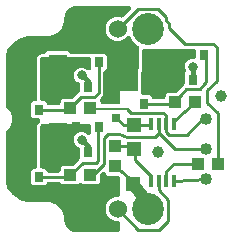
<source format=gbr>
G04 EAGLE Gerber RS-274X export*
G75*
%MOMM*%
%FSLAX34Y34*%
%LPD*%
%INTop Copper*%
%IPPOS*%
%AMOC8*
5,1,8,0,0,1.08239X$1,22.5*%
G01*
%ADD10R,1.600000X1.800000*%
%ADD11R,1.100000X1.000000*%
%ADD12R,1.000000X1.100000*%
%ADD13R,1.300000X1.200000*%
%ADD14R,0.800000X0.900000*%
%ADD15R,0.350000X1.020000*%
%ADD16C,1.016000*%
%ADD17C,2.700000*%
%ADD18C,1.524000*%
%ADD19R,0.800000X0.800000*%
%ADD20R,1.200000X1.300000*%
%ADD21C,1.000000*%
%ADD22C,0.800100*%
%ADD23C,0.406400*%
%ADD24C,0.254000*%
%ADD25C,1.016000*%
%ADD26C,0.203200*%

G36*
X120668Y3178D02*
X120668Y3178D01*
X120686Y3176D01*
X120868Y3197D01*
X121051Y3216D01*
X121068Y3221D01*
X121085Y3223D01*
X121260Y3280D01*
X121436Y3334D01*
X121451Y3342D01*
X121468Y3348D01*
X121628Y3438D01*
X121790Y3526D01*
X121803Y3537D01*
X121819Y3546D01*
X121958Y3666D01*
X122099Y3783D01*
X122110Y3797D01*
X122124Y3809D01*
X122236Y3954D01*
X122351Y4097D01*
X122359Y4113D01*
X122370Y4127D01*
X122452Y4292D01*
X122537Y4454D01*
X122542Y4471D01*
X122550Y4487D01*
X122597Y4666D01*
X122648Y4841D01*
X122650Y4859D01*
X122654Y4876D01*
X122681Y5207D01*
X122681Y10668D01*
X122679Y10686D01*
X122681Y10704D01*
X122660Y10886D01*
X122641Y11069D01*
X122636Y11086D01*
X122634Y11103D01*
X122577Y11278D01*
X122523Y11454D01*
X122515Y11469D01*
X122509Y11486D01*
X122419Y11646D01*
X122331Y11808D01*
X122320Y11821D01*
X122311Y11837D01*
X122191Y11976D01*
X122074Y12117D01*
X122060Y12128D01*
X122048Y12142D01*
X121903Y12254D01*
X121760Y12369D01*
X121744Y12377D01*
X121730Y12388D01*
X121565Y12470D01*
X121403Y12555D01*
X121386Y12560D01*
X121370Y12568D01*
X121191Y12615D01*
X121016Y12666D01*
X120998Y12668D01*
X120981Y12672D01*
X120650Y12699D01*
X118629Y12699D01*
X114894Y14246D01*
X112036Y17104D01*
X110489Y20839D01*
X110489Y24881D01*
X112036Y28616D01*
X114894Y31474D01*
X118629Y33021D01*
X120650Y33021D01*
X120668Y33023D01*
X120686Y33021D01*
X120868Y33042D01*
X121051Y33061D01*
X121068Y33066D01*
X121085Y33068D01*
X121260Y33125D01*
X121436Y33179D01*
X121451Y33187D01*
X121468Y33193D01*
X121628Y33283D01*
X121790Y33371D01*
X121803Y33382D01*
X121819Y33391D01*
X121958Y33511D01*
X122099Y33628D01*
X122110Y33642D01*
X122124Y33654D01*
X122236Y33799D01*
X122351Y33942D01*
X122359Y33958D01*
X122370Y33972D01*
X122452Y34137D01*
X122537Y34299D01*
X122542Y34316D01*
X122550Y34332D01*
X122597Y34511D01*
X122648Y34686D01*
X122650Y34704D01*
X122654Y34721D01*
X122681Y35052D01*
X122681Y49056D01*
X122679Y49073D01*
X122681Y49091D01*
X122660Y49273D01*
X122641Y49456D01*
X122636Y49473D01*
X122634Y49491D01*
X122577Y49665D01*
X122523Y49841D01*
X122515Y49857D01*
X122509Y49874D01*
X122419Y50034D01*
X122331Y50195D01*
X122320Y50209D01*
X122311Y50224D01*
X122191Y50364D01*
X122074Y50504D01*
X122060Y50516D01*
X122048Y50529D01*
X121903Y50642D01*
X121760Y50757D01*
X121744Y50765D01*
X121730Y50776D01*
X121565Y50858D01*
X121403Y50942D01*
X121386Y50947D01*
X121370Y50955D01*
X121191Y51003D01*
X121016Y51054D01*
X120998Y51055D01*
X120981Y51060D01*
X120650Y51087D01*
X112375Y51087D01*
X110860Y52602D01*
X110847Y52734D01*
X110844Y52743D01*
X110843Y52752D01*
X110786Y52934D01*
X110729Y53119D01*
X110724Y53127D01*
X110722Y53136D01*
X110629Y53304D01*
X110537Y53473D01*
X110531Y53480D01*
X110527Y53488D01*
X110402Y53636D01*
X110279Y53783D01*
X110272Y53788D01*
X110266Y53795D01*
X110115Y53914D01*
X109965Y54035D01*
X109957Y54039D01*
X109951Y54045D01*
X109779Y54132D01*
X109608Y54220D01*
X109600Y54223D01*
X109592Y54227D01*
X109406Y54279D01*
X109221Y54332D01*
X109212Y54333D01*
X109204Y54335D01*
X109011Y54349D01*
X108820Y54365D01*
X108811Y54364D01*
X108802Y54364D01*
X108609Y54340D01*
X108420Y54318D01*
X108412Y54315D01*
X108403Y54314D01*
X108220Y54252D01*
X108037Y54193D01*
X108029Y54188D01*
X108021Y54186D01*
X107856Y54090D01*
X107687Y53995D01*
X107680Y53989D01*
X107672Y53985D01*
X107419Y53770D01*
X106036Y52386D01*
X106019Y52366D01*
X105998Y52348D01*
X105891Y52210D01*
X105781Y52075D01*
X105768Y52051D01*
X105752Y52030D01*
X105674Y51874D01*
X105592Y51719D01*
X105584Y51694D01*
X105572Y51670D01*
X105527Y51501D01*
X105477Y51333D01*
X105475Y51307D01*
X105468Y51281D01*
X105441Y50950D01*
X105441Y45383D01*
X103952Y43894D01*
X90848Y43894D01*
X90336Y44406D01*
X90323Y44417D01*
X90311Y44430D01*
X90167Y44544D01*
X90025Y44661D01*
X90009Y44669D01*
X89995Y44680D01*
X89831Y44763D01*
X89669Y44849D01*
X89652Y44854D01*
X89636Y44862D01*
X89459Y44912D01*
X89283Y44964D01*
X89265Y44966D01*
X89248Y44970D01*
X89065Y44984D01*
X88882Y45000D01*
X88864Y44998D01*
X88847Y45000D01*
X88665Y44977D01*
X88482Y44957D01*
X88465Y44952D01*
X88447Y44949D01*
X88274Y44891D01*
X88098Y44836D01*
X88082Y44827D01*
X88066Y44821D01*
X87907Y44730D01*
X87746Y44641D01*
X87732Y44629D01*
X87717Y44620D01*
X87464Y44406D01*
X86952Y43894D01*
X73848Y43894D01*
X72188Y45554D01*
X72167Y45571D01*
X72149Y45592D01*
X72011Y45699D01*
X71876Y45809D01*
X71852Y45822D01*
X71831Y45838D01*
X71674Y45916D01*
X71520Y45998D01*
X71495Y46006D01*
X71471Y46018D01*
X71301Y46063D01*
X71134Y46113D01*
X71108Y46115D01*
X71082Y46122D01*
X70751Y46149D01*
X62547Y46149D01*
X62529Y46147D01*
X62511Y46149D01*
X62329Y46128D01*
X62146Y46109D01*
X62129Y46104D01*
X62112Y46102D01*
X61937Y46045D01*
X61761Y45991D01*
X61746Y45983D01*
X61729Y45977D01*
X61569Y45887D01*
X61407Y45799D01*
X61394Y45788D01*
X61378Y45779D01*
X61239Y45659D01*
X61098Y45542D01*
X61087Y45528D01*
X61073Y45516D01*
X60961Y45371D01*
X60846Y45228D01*
X60838Y45212D01*
X60827Y45198D01*
X60745Y45033D01*
X60660Y44871D01*
X60655Y44854D01*
X60647Y44838D01*
X60600Y44659D01*
X60549Y44484D01*
X60547Y44466D01*
X60543Y44449D01*
X60542Y44433D01*
X59027Y42919D01*
X48923Y42919D01*
X47434Y44408D01*
X47434Y55512D01*
X48923Y57001D01*
X50546Y57001D01*
X50564Y57003D01*
X50582Y57001D01*
X50764Y57022D01*
X50947Y57041D01*
X50964Y57046D01*
X50981Y57048D01*
X51156Y57105D01*
X51332Y57159D01*
X51347Y57167D01*
X51364Y57173D01*
X51524Y57263D01*
X51686Y57351D01*
X51699Y57362D01*
X51715Y57371D01*
X51854Y57491D01*
X51995Y57608D01*
X52006Y57622D01*
X52020Y57634D01*
X52132Y57779D01*
X52247Y57922D01*
X52255Y57938D01*
X52266Y57952D01*
X52348Y58117D01*
X52433Y58279D01*
X52438Y58296D01*
X52446Y58312D01*
X52493Y58491D01*
X52544Y58666D01*
X52546Y58684D01*
X52550Y58701D01*
X52577Y59032D01*
X52577Y93620D01*
X53273Y95300D01*
X54575Y96602D01*
X54581Y96609D01*
X54587Y96614D01*
X54709Y96765D01*
X54830Y96913D01*
X54834Y96921D01*
X54840Y96928D01*
X54928Y97098D01*
X55019Y97269D01*
X55021Y97278D01*
X55025Y97285D01*
X55078Y97470D01*
X55133Y97655D01*
X55134Y97664D01*
X55137Y97672D01*
X55152Y97863D01*
X55170Y98056D01*
X55169Y98065D01*
X55170Y98074D01*
X55147Y98263D01*
X55126Y98456D01*
X55124Y98465D01*
X55123Y98473D01*
X55063Y98655D01*
X55005Y98840D01*
X55001Y98848D01*
X54998Y98856D01*
X54904Y99023D01*
X54810Y99192D01*
X54804Y99199D01*
X54800Y99207D01*
X54675Y99352D01*
X54550Y99499D01*
X54543Y99505D01*
X54537Y99512D01*
X54386Y99628D01*
X54234Y99749D01*
X54226Y99753D01*
X54219Y99758D01*
X54048Y99843D01*
X53875Y99931D01*
X53866Y99934D01*
X53858Y99938D01*
X53673Y99987D01*
X53487Y100039D01*
X53478Y100040D01*
X53469Y100042D01*
X53139Y100069D01*
X48923Y100069D01*
X47434Y101558D01*
X47434Y112662D01*
X48923Y114151D01*
X50546Y114151D01*
X50564Y114153D01*
X50582Y114151D01*
X50764Y114172D01*
X50947Y114191D01*
X50964Y114196D01*
X50981Y114198D01*
X51156Y114255D01*
X51332Y114309D01*
X51347Y114317D01*
X51364Y114323D01*
X51524Y114413D01*
X51686Y114501D01*
X51699Y114512D01*
X51715Y114521D01*
X51854Y114641D01*
X51995Y114758D01*
X52006Y114772D01*
X52020Y114784D01*
X52132Y114929D01*
X52247Y115072D01*
X52255Y115088D01*
X52266Y115102D01*
X52348Y115267D01*
X52433Y115429D01*
X52438Y115446D01*
X52446Y115462D01*
X52493Y115641D01*
X52544Y115816D01*
X52546Y115834D01*
X52550Y115851D01*
X52577Y116182D01*
X52577Y150770D01*
X53273Y152450D01*
X54560Y153737D01*
X56240Y154433D01*
X58098Y154433D01*
X58125Y154435D01*
X58152Y154433D01*
X58325Y154455D01*
X58499Y154473D01*
X58524Y154480D01*
X58551Y154484D01*
X58717Y154539D01*
X58884Y154591D01*
X58907Y154604D01*
X58933Y154612D01*
X59084Y154699D01*
X59238Y154783D01*
X59258Y154800D01*
X59282Y154813D01*
X59535Y155028D01*
X60828Y156321D01*
X78932Y156321D01*
X80225Y155028D01*
X80246Y155011D01*
X80264Y154990D01*
X80402Y154883D01*
X80537Y154773D01*
X80561Y154760D01*
X80582Y154744D01*
X80739Y154666D01*
X80893Y154584D01*
X80918Y154576D01*
X80942Y154564D01*
X81112Y154519D01*
X81279Y154469D01*
X81305Y154467D01*
X81331Y154460D01*
X81662Y154433D01*
X102510Y154433D01*
X102696Y154355D01*
X102726Y154346D01*
X102754Y154332D01*
X102919Y154288D01*
X103082Y154239D01*
X103113Y154236D01*
X103143Y154228D01*
X103474Y154201D01*
X109802Y154201D01*
X111291Y152712D01*
X111291Y141608D01*
X109453Y139770D01*
X109452Y139769D01*
X109439Y139758D01*
X109423Y139749D01*
X109284Y139629D01*
X109143Y139512D01*
X109132Y139498D01*
X109118Y139486D01*
X109006Y139341D01*
X108891Y139198D01*
X108883Y139182D01*
X108872Y139168D01*
X108790Y139003D01*
X108705Y138841D01*
X108700Y138824D01*
X108692Y138808D01*
X108645Y138629D01*
X108594Y138454D01*
X108592Y138436D01*
X108588Y138419D01*
X108561Y138088D01*
X108561Y119682D01*
X106768Y117888D01*
X106751Y117868D01*
X106730Y117850D01*
X106623Y117712D01*
X106513Y117577D01*
X106500Y117553D01*
X106484Y117532D01*
X106406Y117375D01*
X106324Y117221D01*
X106316Y117196D01*
X106304Y117172D01*
X106259Y117002D01*
X106209Y116835D01*
X106207Y116809D01*
X106200Y116783D01*
X106173Y116452D01*
X106173Y113538D01*
X106175Y113520D01*
X106173Y113502D01*
X106194Y113320D01*
X106213Y113137D01*
X106218Y113120D01*
X106220Y113103D01*
X106277Y112928D01*
X106331Y112752D01*
X106339Y112737D01*
X106345Y112720D01*
X106435Y112560D01*
X106523Y112398D01*
X106534Y112385D01*
X106543Y112369D01*
X106663Y112230D01*
X106780Y112089D01*
X106794Y112078D01*
X106806Y112064D01*
X106951Y111952D01*
X107094Y111837D01*
X107110Y111829D01*
X107124Y111818D01*
X107289Y111736D01*
X107451Y111651D01*
X107468Y111646D01*
X107484Y111638D01*
X107663Y111591D01*
X107838Y111540D01*
X107856Y111538D01*
X107873Y111534D01*
X108204Y111507D01*
X120650Y111507D01*
X120668Y111509D01*
X120686Y111507D01*
X120868Y111528D01*
X121051Y111547D01*
X121068Y111552D01*
X121085Y111554D01*
X121260Y111611D01*
X121436Y111665D01*
X121451Y111673D01*
X121468Y111679D01*
X121628Y111769D01*
X121790Y111857D01*
X121803Y111868D01*
X121819Y111877D01*
X121958Y111997D01*
X122099Y112114D01*
X122110Y112128D01*
X122124Y112140D01*
X122236Y112285D01*
X122351Y112428D01*
X122359Y112444D01*
X122370Y112458D01*
X122452Y112623D01*
X122537Y112785D01*
X122542Y112802D01*
X122550Y112818D01*
X122597Y112997D01*
X122648Y113172D01*
X122650Y113190D01*
X122654Y113207D01*
X122681Y113538D01*
X122681Y122429D01*
X136271Y122429D01*
X136289Y122431D01*
X136307Y122429D01*
X136489Y122450D01*
X136672Y122469D01*
X136689Y122474D01*
X136706Y122476D01*
X136881Y122533D01*
X137057Y122587D01*
X137072Y122595D01*
X137089Y122601D01*
X137249Y122691D01*
X137411Y122779D01*
X137424Y122790D01*
X137440Y122799D01*
X137579Y122919D01*
X137720Y123036D01*
X137731Y123050D01*
X137745Y123062D01*
X137857Y123207D01*
X137972Y123350D01*
X137980Y123366D01*
X137991Y123380D01*
X138073Y123545D01*
X138158Y123707D01*
X138163Y123724D01*
X138171Y123741D01*
X138218Y123919D01*
X138269Y124094D01*
X138271Y124112D01*
X138275Y124129D01*
X138302Y124460D01*
X138302Y157120D01*
X138935Y158646D01*
X138940Y158663D01*
X138948Y158679D01*
X138998Y158856D01*
X139051Y159032D01*
X139053Y159049D01*
X139058Y159067D01*
X139072Y159250D01*
X139089Y159432D01*
X139087Y159450D01*
X139089Y159468D01*
X139067Y159650D01*
X139048Y159833D01*
X139042Y159850D01*
X139040Y159868D01*
X138983Y160041D01*
X138928Y160217D01*
X138919Y160233D01*
X138914Y160250D01*
X138823Y160409D01*
X138735Y160570D01*
X138723Y160584D01*
X138714Y160600D01*
X138593Y160739D01*
X138475Y160879D01*
X138461Y160890D01*
X138450Y160903D01*
X138304Y161015D01*
X138161Y161130D01*
X138145Y161138D01*
X138131Y161149D01*
X137835Y161300D01*
X136964Y161661D01*
X132451Y166174D01*
X131706Y167974D01*
X131699Y167986D01*
X131695Y167999D01*
X131604Y168163D01*
X131515Y168329D01*
X131507Y168339D01*
X131500Y168351D01*
X131379Y168494D01*
X131259Y168639D01*
X131249Y168648D01*
X131240Y168658D01*
X131092Y168775D01*
X130946Y168893D01*
X130934Y168899D01*
X130924Y168908D01*
X130756Y168993D01*
X130590Y169080D01*
X130577Y169084D01*
X130565Y169090D01*
X130383Y169141D01*
X130203Y169193D01*
X130190Y169194D01*
X130177Y169198D01*
X129988Y169212D01*
X129802Y169228D01*
X129789Y169226D01*
X129776Y169227D01*
X129587Y169204D01*
X129402Y169183D01*
X129390Y169179D01*
X129376Y169177D01*
X129197Y169117D01*
X129019Y169060D01*
X129007Y169053D01*
X128994Y169049D01*
X128832Y168955D01*
X128667Y168863D01*
X128657Y168854D01*
X128646Y168848D01*
X128393Y168633D01*
X126406Y166646D01*
X122671Y165099D01*
X118629Y165099D01*
X114894Y166646D01*
X112036Y169504D01*
X110489Y173239D01*
X110489Y177281D01*
X112036Y181016D01*
X114894Y183874D01*
X118629Y185421D01*
X122671Y185421D01*
X123362Y185135D01*
X123383Y185128D01*
X123403Y185118D01*
X123576Y185070D01*
X123747Y185018D01*
X123770Y185016D01*
X123791Y185010D01*
X123971Y184997D01*
X124148Y184980D01*
X124170Y184982D01*
X124193Y184981D01*
X124371Y185003D01*
X124549Y185022D01*
X124570Y185028D01*
X124592Y185031D01*
X124762Y185088D01*
X124933Y185141D01*
X124953Y185152D01*
X124974Y185159D01*
X125129Y185249D01*
X125286Y185335D01*
X125303Y185349D01*
X125323Y185360D01*
X125576Y185575D01*
X131478Y191477D01*
X131483Y191484D01*
X131490Y191489D01*
X131610Y191638D01*
X131733Y191788D01*
X131737Y191796D01*
X131742Y191803D01*
X131831Y191974D01*
X131921Y192144D01*
X131924Y192152D01*
X131928Y192160D01*
X131981Y192345D01*
X132036Y192530D01*
X132037Y192539D01*
X132039Y192547D01*
X132055Y192739D01*
X132072Y192931D01*
X132071Y192940D01*
X132072Y192949D01*
X132050Y193138D01*
X132029Y193331D01*
X132026Y193340D01*
X132025Y193348D01*
X131966Y193530D01*
X131908Y193715D01*
X131903Y193723D01*
X131900Y193731D01*
X131805Y193900D01*
X131713Y194067D01*
X131707Y194074D01*
X131703Y194082D01*
X131577Y194228D01*
X131452Y194374D01*
X131445Y194380D01*
X131439Y194387D01*
X131288Y194504D01*
X131136Y194624D01*
X131128Y194628D01*
X131121Y194633D01*
X130949Y194719D01*
X130777Y194806D01*
X130769Y194809D01*
X130761Y194813D01*
X130574Y194863D01*
X130389Y194914D01*
X130381Y194915D01*
X130372Y194917D01*
X130041Y194944D01*
X85725Y194944D01*
X85647Y194936D01*
X85526Y194934D01*
X83940Y194778D01*
X83810Y194752D01*
X83678Y194735D01*
X83603Y194711D01*
X83545Y194699D01*
X83474Y194669D01*
X83362Y194633D01*
X80432Y193420D01*
X80405Y193405D01*
X80375Y193395D01*
X80227Y193310D01*
X80077Y193230D01*
X80053Y193210D01*
X80026Y193194D01*
X79773Y192980D01*
X77530Y190737D01*
X77525Y190730D01*
X77518Y190724D01*
X77504Y190707D01*
X77487Y190692D01*
X77383Y190557D01*
X77275Y190425D01*
X77271Y190418D01*
X77266Y190411D01*
X77255Y190391D01*
X77242Y190373D01*
X77090Y190078D01*
X75877Y187148D01*
X75838Y187021D01*
X75791Y186896D01*
X75777Y186818D01*
X75760Y186763D01*
X75753Y186686D01*
X75732Y186570D01*
X75576Y184984D01*
X75576Y184905D01*
X75566Y184785D01*
X75566Y181753D01*
X73245Y176152D01*
X68958Y171865D01*
X63443Y169580D01*
X63357Y169544D01*
X47625Y169544D01*
X47559Y169538D01*
X47466Y169538D01*
X44207Y169282D01*
X44135Y169269D01*
X44062Y169265D01*
X43897Y169226D01*
X43811Y169210D01*
X43780Y169198D01*
X43739Y169188D01*
X37542Y167175D01*
X37402Y167113D01*
X37259Y167059D01*
X37212Y167030D01*
X37173Y167013D01*
X37103Y166964D01*
X36975Y166886D01*
X31703Y163056D01*
X31589Y162954D01*
X31470Y162858D01*
X31434Y162816D01*
X31403Y162788D01*
X31351Y162719D01*
X31254Y162607D01*
X27424Y157335D01*
X27347Y157203D01*
X27263Y157075D01*
X27242Y157024D01*
X27221Y156987D01*
X27193Y156906D01*
X27135Y156768D01*
X25881Y152909D01*
X25849Y152759D01*
X25809Y152612D01*
X25804Y152557D01*
X25795Y152515D01*
X25794Y152429D01*
X25782Y152281D01*
X25782Y110905D01*
X25784Y110878D01*
X25782Y110852D01*
X25804Y110678D01*
X25822Y110504D01*
X25830Y110479D01*
X25833Y110452D01*
X25889Y110286D01*
X25940Y110119D01*
X25953Y110096D01*
X25961Y110070D01*
X26048Y109919D01*
X26132Y109765D01*
X26149Y109745D01*
X26162Y109722D01*
X26377Y109469D01*
X29682Y106164D01*
X31591Y101555D01*
X31591Y96565D01*
X29682Y91956D01*
X26377Y88651D01*
X26360Y88631D01*
X26340Y88613D01*
X26232Y88475D01*
X26122Y88340D01*
X26109Y88316D01*
X26093Y88295D01*
X26015Y88138D01*
X25933Y87984D01*
X25925Y87959D01*
X25913Y87935D01*
X25868Y87765D01*
X25818Y87598D01*
X25816Y87572D01*
X25809Y87546D01*
X25782Y87215D01*
X25782Y45839D01*
X25785Y45805D01*
X25784Y45796D01*
X25795Y45705D01*
X25797Y45687D01*
X25805Y45534D01*
X25817Y45481D01*
X25822Y45438D01*
X25829Y45413D01*
X25831Y45397D01*
X25853Y45329D01*
X25881Y45211D01*
X27135Y41352D01*
X27197Y41212D01*
X27251Y41069D01*
X27280Y41022D01*
X27297Y40983D01*
X27346Y40913D01*
X27424Y40785D01*
X31254Y35513D01*
X31356Y35399D01*
X31452Y35280D01*
X31494Y35244D01*
X31522Y35213D01*
X31591Y35161D01*
X31703Y35064D01*
X36975Y31234D01*
X37107Y31157D01*
X37235Y31073D01*
X37286Y31052D01*
X37323Y31031D01*
X37404Y31003D01*
X37542Y30945D01*
X43739Y28932D01*
X43811Y28916D01*
X43880Y28891D01*
X44047Y28864D01*
X44132Y28846D01*
X44166Y28845D01*
X44207Y28838D01*
X47466Y28582D01*
X47532Y28583D01*
X47625Y28576D01*
X63357Y28576D01*
X68958Y26255D01*
X73245Y21968D01*
X75566Y16367D01*
X75566Y13335D01*
X75568Y13314D01*
X75566Y13296D01*
X75574Y13232D01*
X75576Y13136D01*
X75732Y11550D01*
X75758Y11420D01*
X75775Y11288D01*
X75799Y11213D01*
X75811Y11155D01*
X75841Y11084D01*
X75877Y10972D01*
X77090Y8042D01*
X77105Y8014D01*
X77115Y7985D01*
X77200Y7837D01*
X77280Y7687D01*
X77300Y7663D01*
X77316Y7636D01*
X77530Y7383D01*
X79773Y5140D01*
X79797Y5121D01*
X79818Y5097D01*
X79953Y4993D01*
X80084Y4885D01*
X80112Y4871D01*
X80137Y4852D01*
X80432Y4700D01*
X83362Y3487D01*
X83489Y3448D01*
X83614Y3401D01*
X83692Y3387D01*
X83747Y3370D01*
X83824Y3363D01*
X83940Y3342D01*
X85526Y3186D01*
X85605Y3186D01*
X85725Y3176D01*
X120650Y3176D01*
X120668Y3178D01*
G37*
G36*
X159246Y116081D02*
X159246Y116081D01*
X159264Y116079D01*
X159446Y116100D01*
X159629Y116119D01*
X159646Y116124D01*
X159663Y116126D01*
X159838Y116183D01*
X160014Y116237D01*
X160029Y116245D01*
X160046Y116251D01*
X160206Y116341D01*
X160368Y116429D01*
X160381Y116440D01*
X160397Y116449D01*
X160536Y116569D01*
X160677Y116686D01*
X160688Y116700D01*
X160702Y116712D01*
X160814Y116857D01*
X160929Y117000D01*
X160937Y117016D01*
X160948Y117030D01*
X161030Y117195D01*
X161115Y117357D01*
X161120Y117374D01*
X161128Y117391D01*
X161175Y117569D01*
X161226Y117744D01*
X161228Y117762D01*
X161232Y117779D01*
X161259Y118110D01*
X161259Y119717D01*
X162748Y121206D01*
X169939Y121206D01*
X170030Y121215D01*
X170122Y121214D01*
X170230Y121235D01*
X170339Y121246D01*
X170427Y121273D01*
X170517Y121290D01*
X170619Y121331D01*
X170724Y121364D01*
X170805Y121407D01*
X170890Y121442D01*
X170982Y121503D01*
X171078Y121556D01*
X171149Y121614D01*
X171225Y121665D01*
X171323Y121760D01*
X171387Y121813D01*
X171418Y121851D01*
X171464Y121896D01*
X174254Y125068D01*
X174349Y125201D01*
X174449Y125330D01*
X174466Y125364D01*
X174489Y125395D01*
X174556Y125544D01*
X174592Y125616D01*
X175744Y126768D01*
X175779Y126811D01*
X175833Y126863D01*
X177103Y128307D01*
X177198Y128440D01*
X177298Y128569D01*
X177315Y128603D01*
X177338Y128635D01*
X177405Y128783D01*
X177478Y128929D01*
X177488Y128967D01*
X177503Y129002D01*
X177540Y129161D01*
X177582Y129318D01*
X177586Y129361D01*
X177593Y129394D01*
X177596Y129481D01*
X177609Y129649D01*
X177609Y138062D01*
X177826Y138280D01*
X177841Y138297D01*
X177858Y138311D01*
X177968Y138452D01*
X178082Y138591D01*
X178092Y138611D01*
X178106Y138628D01*
X178186Y138788D01*
X178270Y138947D01*
X178277Y138968D01*
X178287Y138988D01*
X178334Y139160D01*
X178385Y139333D01*
X178387Y139355D01*
X178393Y139376D01*
X178405Y139555D01*
X178421Y139734D01*
X178419Y139756D01*
X178420Y139778D01*
X178397Y139956D01*
X178378Y140134D01*
X178371Y140155D01*
X178368Y140177D01*
X178267Y140493D01*
X177609Y142082D01*
X177609Y144684D01*
X178605Y147088D01*
X180445Y148928D01*
X182849Y149924D01*
X185078Y149924D01*
X185096Y149926D01*
X185114Y149925D01*
X185296Y149946D01*
X185479Y149964D01*
X185496Y149969D01*
X185513Y149971D01*
X185688Y150028D01*
X185864Y150082D01*
X185879Y150091D01*
X185896Y150096D01*
X186056Y150187D01*
X186218Y150274D01*
X186231Y150285D01*
X186247Y150294D01*
X186386Y150414D01*
X186527Y150532D01*
X186538Y150546D01*
X186552Y150557D01*
X186664Y150702D01*
X186779Y150846D01*
X186787Y150861D01*
X186798Y150875D01*
X186880Y151040D01*
X186965Y151203D01*
X186970Y151220D01*
X186978Y151236D01*
X187025Y151414D01*
X187076Y151590D01*
X187078Y151608D01*
X187082Y151625D01*
X187109Y151955D01*
X187109Y156210D01*
X187107Y156228D01*
X187109Y156246D01*
X187088Y156428D01*
X187069Y156611D01*
X187064Y156628D01*
X187062Y156645D01*
X187005Y156820D01*
X186951Y156996D01*
X186943Y157011D01*
X186937Y157028D01*
X186847Y157188D01*
X186759Y157350D01*
X186748Y157363D01*
X186739Y157379D01*
X186619Y157518D01*
X186502Y157659D01*
X186488Y157670D01*
X186476Y157684D01*
X186331Y157796D01*
X186188Y157911D01*
X186172Y157919D01*
X186158Y157930D01*
X185993Y158012D01*
X185831Y158097D01*
X185814Y158102D01*
X185798Y158110D01*
X185619Y158157D01*
X185444Y158208D01*
X185426Y158210D01*
X185409Y158214D01*
X185078Y158241D01*
X143352Y158241D01*
X143334Y158239D01*
X143316Y158241D01*
X143134Y158220D01*
X142951Y158201D01*
X142934Y158196D01*
X142917Y158194D01*
X142742Y158137D01*
X142566Y158083D01*
X142551Y158075D01*
X142534Y158069D01*
X142374Y157979D01*
X142212Y157891D01*
X142199Y157880D01*
X142183Y157871D01*
X142044Y157751D01*
X141903Y157634D01*
X141892Y157620D01*
X141878Y157608D01*
X141766Y157463D01*
X141651Y157320D01*
X141643Y157304D01*
X141632Y157290D01*
X141550Y157125D01*
X141465Y156963D01*
X141460Y156946D01*
X141452Y156930D01*
X141405Y156751D01*
X141354Y156576D01*
X141352Y156558D01*
X141348Y156541D01*
X141321Y156210D01*
X141321Y139783D01*
X141294Y139749D01*
X141184Y139614D01*
X141171Y139590D01*
X141155Y139569D01*
X141077Y139412D01*
X140995Y139258D01*
X140987Y139233D01*
X140975Y139209D01*
X140930Y139039D01*
X140880Y138872D01*
X140878Y138846D01*
X140871Y138820D01*
X140844Y138489D01*
X140844Y121262D01*
X140846Y121244D01*
X140844Y121226D01*
X140865Y121044D01*
X140884Y120861D01*
X140889Y120844D01*
X140891Y120827D01*
X140948Y120652D01*
X141002Y120476D01*
X141010Y120461D01*
X141016Y120444D01*
X141106Y120284D01*
X141194Y120122D01*
X141205Y120109D01*
X141214Y120093D01*
X141334Y119954D01*
X141451Y119813D01*
X141465Y119802D01*
X141477Y119788D01*
X141622Y119676D01*
X141765Y119561D01*
X141781Y119553D01*
X141795Y119542D01*
X141960Y119460D01*
X142122Y119375D01*
X142139Y119370D01*
X142156Y119362D01*
X142334Y119315D01*
X142509Y119264D01*
X142527Y119262D01*
X142544Y119258D01*
X142875Y119231D01*
X147927Y119231D01*
X149459Y117699D01*
X149461Y117692D01*
X149463Y117675D01*
X149520Y117500D01*
X149574Y117324D01*
X149582Y117309D01*
X149588Y117292D01*
X149678Y117132D01*
X149766Y116970D01*
X149777Y116957D01*
X149786Y116941D01*
X149906Y116802D01*
X150023Y116661D01*
X150037Y116650D01*
X150049Y116637D01*
X150194Y116524D01*
X150337Y116409D01*
X150353Y116401D01*
X150367Y116390D01*
X150532Y116308D01*
X150694Y116223D01*
X150711Y116218D01*
X150727Y116210D01*
X150906Y116163D01*
X151081Y116112D01*
X151099Y116110D01*
X151116Y116106D01*
X151447Y116079D01*
X159228Y116079D01*
X159246Y116081D01*
G37*
G36*
X70346Y110923D02*
X70346Y110923D01*
X70364Y110921D01*
X70546Y110942D01*
X70729Y110961D01*
X70746Y110966D01*
X70763Y110968D01*
X70938Y111025D01*
X71114Y111079D01*
X71129Y111087D01*
X71146Y111093D01*
X71306Y111183D01*
X71468Y111271D01*
X71481Y111282D01*
X71497Y111291D01*
X71636Y111411D01*
X71777Y111528D01*
X71788Y111542D01*
X71802Y111554D01*
X71914Y111699D01*
X72029Y111842D01*
X72037Y111858D01*
X72048Y111872D01*
X72130Y112037D01*
X72215Y112199D01*
X72220Y112216D01*
X72228Y112232D01*
X72275Y112411D01*
X72326Y112586D01*
X72328Y112604D01*
X72332Y112621D01*
X72359Y112952D01*
X72359Y114637D01*
X73848Y116126D01*
X81710Y116126D01*
X81737Y116128D01*
X81763Y116126D01*
X81937Y116148D01*
X82111Y116166D01*
X82136Y116173D01*
X82163Y116177D01*
X82329Y116232D01*
X82496Y116284D01*
X82519Y116297D01*
X82545Y116305D01*
X82696Y116392D01*
X82850Y116476D01*
X82870Y116493D01*
X82893Y116506D01*
X83146Y116721D01*
X88114Y121689D01*
X88131Y121709D01*
X88152Y121727D01*
X88259Y121865D01*
X88369Y122000D01*
X88382Y122024D01*
X88398Y122045D01*
X88476Y122202D01*
X88558Y122356D01*
X88566Y122381D01*
X88578Y122405D01*
X88623Y122575D01*
X88673Y122742D01*
X88675Y122768D01*
X88682Y122794D01*
X88709Y123125D01*
X88709Y128364D01*
X88707Y128387D01*
X88709Y128409D01*
X88687Y128586D01*
X88669Y128765D01*
X88663Y128786D01*
X88660Y128808D01*
X88604Y128978D01*
X88551Y129150D01*
X88541Y129169D01*
X88534Y129191D01*
X88445Y129347D01*
X88359Y129504D01*
X88345Y129521D01*
X88334Y129540D01*
X88216Y129676D01*
X88102Y129813D01*
X88084Y129827D01*
X88070Y129844D01*
X87928Y129953D01*
X87788Y130065D01*
X87768Y130076D01*
X87750Y130089D01*
X87455Y130241D01*
X86592Y130599D01*
X84752Y132439D01*
X83756Y134843D01*
X83756Y137445D01*
X84752Y139849D01*
X86592Y141689D01*
X88996Y142685D01*
X91598Y142685D01*
X94002Y141689D01*
X94742Y140950D01*
X94749Y140944D01*
X94754Y140937D01*
X94903Y140818D01*
X95053Y140695D01*
X95061Y140691D01*
X95068Y140685D01*
X95238Y140597D01*
X95409Y140506D01*
X95418Y140504D01*
X95425Y140500D01*
X95610Y140447D01*
X95795Y140391D01*
X95804Y140391D01*
X95812Y140388D01*
X96003Y140373D01*
X96196Y140355D01*
X96205Y140356D01*
X96214Y140355D01*
X96403Y140378D01*
X96596Y140398D01*
X96605Y140401D01*
X96613Y140402D01*
X96796Y140462D01*
X96980Y140520D01*
X96988Y140524D01*
X96996Y140527D01*
X97163Y140621D01*
X97332Y140715D01*
X97339Y140721D01*
X97347Y140725D01*
X97492Y140850D01*
X97639Y140975D01*
X97645Y140982D01*
X97652Y140988D01*
X97769Y141140D01*
X97889Y141291D01*
X97893Y141299D01*
X97898Y141306D01*
X97984Y141478D01*
X98071Y141650D01*
X98074Y141659D01*
X98078Y141667D01*
X98127Y141852D01*
X98179Y142038D01*
X98180Y142047D01*
X98182Y142056D01*
X98209Y142386D01*
X98209Y149860D01*
X98207Y149878D01*
X98209Y149896D01*
X98188Y150078D01*
X98169Y150261D01*
X98164Y150278D01*
X98162Y150295D01*
X98105Y150470D01*
X98051Y150646D01*
X98043Y150661D01*
X98037Y150678D01*
X97947Y150838D01*
X97859Y151000D01*
X97848Y151013D01*
X97839Y151029D01*
X97719Y151168D01*
X97602Y151309D01*
X97588Y151320D01*
X97576Y151334D01*
X97431Y151446D01*
X97288Y151561D01*
X97272Y151569D01*
X97258Y151580D01*
X97093Y151662D01*
X96931Y151747D01*
X96914Y151752D01*
X96898Y151760D01*
X96719Y151807D01*
X96544Y151858D01*
X96526Y151860D01*
X96509Y151864D01*
X96178Y151891D01*
X57150Y151891D01*
X57132Y151889D01*
X57114Y151891D01*
X56932Y151870D01*
X56749Y151851D01*
X56732Y151846D01*
X56715Y151844D01*
X56540Y151787D01*
X56364Y151733D01*
X56349Y151725D01*
X56332Y151719D01*
X56172Y151629D01*
X56010Y151541D01*
X55997Y151530D01*
X55981Y151521D01*
X55842Y151401D01*
X55701Y151284D01*
X55690Y151270D01*
X55677Y151258D01*
X55564Y151113D01*
X55449Y150970D01*
X55441Y150954D01*
X55430Y150940D01*
X55348Y150775D01*
X55263Y150613D01*
X55258Y150596D01*
X55250Y150580D01*
X55203Y150401D01*
X55152Y150226D01*
X55150Y150208D01*
X55146Y150191D01*
X55119Y149860D01*
X55119Y116182D01*
X55121Y116164D01*
X55119Y116146D01*
X55140Y115964D01*
X55159Y115781D01*
X55164Y115764D01*
X55166Y115747D01*
X55223Y115572D01*
X55277Y115396D01*
X55285Y115381D01*
X55291Y115364D01*
X55381Y115204D01*
X55469Y115042D01*
X55480Y115029D01*
X55489Y115013D01*
X55609Y114874D01*
X55726Y114733D01*
X55740Y114722D01*
X55752Y114708D01*
X55897Y114596D01*
X56040Y114481D01*
X56056Y114473D01*
X56070Y114462D01*
X56235Y114380D01*
X56397Y114295D01*
X56414Y114290D01*
X56431Y114282D01*
X56609Y114235D01*
X56784Y114184D01*
X56802Y114182D01*
X56819Y114178D01*
X57150Y114151D01*
X59027Y114151D01*
X60548Y112630D01*
X60556Y112551D01*
X60561Y112534D01*
X60563Y112517D01*
X60620Y112342D01*
X60674Y112166D01*
X60682Y112151D01*
X60688Y112134D01*
X60778Y111974D01*
X60866Y111812D01*
X60877Y111799D01*
X60886Y111783D01*
X61006Y111644D01*
X61123Y111503D01*
X61137Y111492D01*
X61149Y111478D01*
X61294Y111366D01*
X61437Y111251D01*
X61453Y111243D01*
X61467Y111232D01*
X61632Y111150D01*
X61794Y111065D01*
X61811Y111060D01*
X61827Y111052D01*
X62006Y111005D01*
X62181Y110954D01*
X62199Y110952D01*
X62216Y110948D01*
X62547Y110921D01*
X70328Y110921D01*
X70346Y110923D01*
G37*
G36*
X70346Y53773D02*
X70346Y53773D01*
X70364Y53771D01*
X70546Y53792D01*
X70729Y53811D01*
X70746Y53816D01*
X70763Y53818D01*
X70938Y53875D01*
X71114Y53929D01*
X71129Y53937D01*
X71146Y53943D01*
X71306Y54033D01*
X71468Y54121D01*
X71481Y54132D01*
X71497Y54141D01*
X71636Y54261D01*
X71777Y54378D01*
X71788Y54392D01*
X71802Y54404D01*
X71914Y54549D01*
X72029Y54692D01*
X72037Y54708D01*
X72048Y54722D01*
X72130Y54887D01*
X72215Y55049D01*
X72220Y55066D01*
X72228Y55082D01*
X72275Y55261D01*
X72326Y55436D01*
X72328Y55454D01*
X72332Y55471D01*
X72359Y55802D01*
X72359Y57487D01*
X73848Y58976D01*
X81710Y58976D01*
X81737Y58978D01*
X81763Y58976D01*
X81937Y58998D01*
X82111Y59016D01*
X82136Y59023D01*
X82163Y59027D01*
X82329Y59082D01*
X82496Y59134D01*
X82519Y59147D01*
X82545Y59155D01*
X82696Y59242D01*
X82850Y59326D01*
X82870Y59343D01*
X82893Y59356D01*
X83146Y59571D01*
X88114Y64539D01*
X88131Y64559D01*
X88152Y64577D01*
X88259Y64715D01*
X88369Y64850D01*
X88382Y64874D01*
X88398Y64895D01*
X88476Y65052D01*
X88558Y65206D01*
X88566Y65231D01*
X88578Y65255D01*
X88623Y65425D01*
X88673Y65592D01*
X88675Y65618D01*
X88682Y65644D01*
X88709Y65975D01*
X88709Y73754D01*
X88707Y73777D01*
X88709Y73799D01*
X88687Y73976D01*
X88669Y74155D01*
X88663Y74176D01*
X88660Y74198D01*
X88604Y74368D01*
X88551Y74540D01*
X88541Y74559D01*
X88534Y74581D01*
X88445Y74737D01*
X88359Y74894D01*
X88345Y74911D01*
X88334Y74930D01*
X88216Y75066D01*
X88102Y75203D01*
X88084Y75217D01*
X88070Y75234D01*
X87928Y75343D01*
X87788Y75455D01*
X87768Y75466D01*
X87750Y75479D01*
X87455Y75631D01*
X86592Y75989D01*
X84752Y77829D01*
X83756Y80233D01*
X83756Y82835D01*
X84752Y85239D01*
X86592Y87079D01*
X88996Y88075D01*
X91598Y88075D01*
X94002Y87079D01*
X94742Y86340D01*
X94749Y86334D01*
X94754Y86327D01*
X94903Y86208D01*
X95053Y86085D01*
X95061Y86081D01*
X95068Y86075D01*
X95238Y85987D01*
X95409Y85896D01*
X95418Y85894D01*
X95425Y85890D01*
X95610Y85837D01*
X95795Y85781D01*
X95804Y85781D01*
X95812Y85778D01*
X96003Y85763D01*
X96196Y85745D01*
X96205Y85746D01*
X96214Y85745D01*
X96403Y85768D01*
X96596Y85788D01*
X96605Y85791D01*
X96613Y85792D01*
X96796Y85852D01*
X96980Y85910D01*
X96988Y85914D01*
X96996Y85917D01*
X97163Y86011D01*
X97332Y86105D01*
X97339Y86111D01*
X97347Y86115D01*
X97492Y86240D01*
X97639Y86365D01*
X97645Y86372D01*
X97652Y86378D01*
X97769Y86530D01*
X97889Y86681D01*
X97893Y86689D01*
X97898Y86696D01*
X97984Y86868D01*
X98071Y87040D01*
X98074Y87049D01*
X98078Y87057D01*
X98127Y87242D01*
X98179Y87428D01*
X98180Y87437D01*
X98182Y87446D01*
X98209Y87776D01*
X98209Y92710D01*
X98207Y92728D01*
X98209Y92746D01*
X98188Y92928D01*
X98169Y93111D01*
X98164Y93128D01*
X98162Y93145D01*
X98105Y93320D01*
X98051Y93496D01*
X98043Y93511D01*
X98037Y93528D01*
X97947Y93688D01*
X97859Y93850D01*
X97848Y93863D01*
X97839Y93879D01*
X97719Y94018D01*
X97602Y94159D01*
X97588Y94170D01*
X97576Y94184D01*
X97431Y94296D01*
X97288Y94411D01*
X97272Y94419D01*
X97258Y94430D01*
X97093Y94512D01*
X96931Y94597D01*
X96914Y94602D01*
X96898Y94610D01*
X96719Y94657D01*
X96544Y94708D01*
X96526Y94710D01*
X96509Y94714D01*
X96178Y94741D01*
X57150Y94741D01*
X57132Y94739D01*
X57114Y94741D01*
X56932Y94720D01*
X56749Y94701D01*
X56732Y94696D01*
X56715Y94694D01*
X56540Y94637D01*
X56364Y94583D01*
X56349Y94575D01*
X56332Y94569D01*
X56172Y94479D01*
X56010Y94391D01*
X55997Y94380D01*
X55981Y94371D01*
X55842Y94251D01*
X55701Y94134D01*
X55690Y94120D01*
X55677Y94108D01*
X55564Y93963D01*
X55449Y93820D01*
X55441Y93804D01*
X55430Y93790D01*
X55348Y93625D01*
X55263Y93463D01*
X55258Y93446D01*
X55250Y93430D01*
X55203Y93251D01*
X55152Y93076D01*
X55150Y93058D01*
X55146Y93041D01*
X55119Y92710D01*
X55119Y59032D01*
X55121Y59014D01*
X55119Y58996D01*
X55140Y58814D01*
X55159Y58631D01*
X55164Y58614D01*
X55166Y58597D01*
X55223Y58422D01*
X55277Y58246D01*
X55285Y58231D01*
X55291Y58214D01*
X55381Y58054D01*
X55469Y57892D01*
X55480Y57879D01*
X55489Y57863D01*
X55609Y57724D01*
X55726Y57583D01*
X55740Y57572D01*
X55752Y57558D01*
X55897Y57446D01*
X56040Y57331D01*
X56056Y57323D01*
X56070Y57312D01*
X56235Y57230D01*
X56397Y57145D01*
X56414Y57140D01*
X56431Y57132D01*
X56609Y57085D01*
X56784Y57034D01*
X56802Y57032D01*
X56819Y57028D01*
X57150Y57001D01*
X59027Y57001D01*
X60548Y55480D01*
X60556Y55401D01*
X60561Y55384D01*
X60563Y55367D01*
X60620Y55192D01*
X60674Y55016D01*
X60682Y55001D01*
X60688Y54984D01*
X60778Y54824D01*
X60866Y54662D01*
X60877Y54649D01*
X60886Y54633D01*
X61006Y54494D01*
X61123Y54353D01*
X61137Y54342D01*
X61149Y54328D01*
X61294Y54216D01*
X61437Y54101D01*
X61453Y54093D01*
X61467Y54082D01*
X61632Y54000D01*
X61794Y53915D01*
X61811Y53910D01*
X61827Y53902D01*
X62006Y53855D01*
X62181Y53804D01*
X62199Y53802D01*
X62216Y53798D01*
X62547Y53771D01*
X70328Y53771D01*
X70346Y53773D01*
G37*
D10*
X41880Y87630D03*
X69880Y87630D03*
D11*
X97400Y51435D03*
X80400Y51435D03*
D12*
X118428Y76128D03*
X118428Y59128D03*
D13*
X134938Y73660D03*
X134938Y93980D03*
D11*
X205350Y60960D03*
X188350Y60960D03*
D14*
X104750Y92550D03*
X85750Y92550D03*
X95250Y71550D03*
X63475Y70960D03*
X44475Y70960D03*
X53975Y49960D03*
D10*
X41880Y144780D03*
X69880Y144780D03*
D11*
X97400Y108585D03*
X80400Y108585D03*
D14*
X104750Y147160D03*
X85750Y147160D03*
X95250Y126160D03*
X63475Y128110D03*
X44475Y128110D03*
X53975Y107110D03*
D10*
X130780Y149860D03*
X158780Y149860D03*
D11*
X186300Y113665D03*
X169300Y113665D03*
D14*
X193650Y153510D03*
X174650Y153510D03*
X184150Y132510D03*
X152375Y133190D03*
X133375Y133190D03*
X142875Y112190D03*
D15*
X149000Y46803D03*
X155500Y46803D03*
X162000Y46803D03*
X168500Y46803D03*
X168500Y94803D03*
X162000Y94803D03*
X155500Y94803D03*
X149000Y94803D03*
D16*
X195580Y48260D03*
D17*
X146050Y22860D03*
D18*
X120650Y22860D03*
D17*
X95250Y22860D03*
X146050Y175260D03*
D18*
X120650Y175260D03*
D17*
X95250Y175260D03*
D19*
X119380Y115570D03*
X119380Y100330D03*
D16*
X195580Y99060D03*
X195580Y73660D03*
D20*
X113030Y44450D03*
X133350Y44450D03*
D21*
X154686Y70866D03*
X208280Y118364D03*
D22*
X90297Y81534D03*
D23*
X95250Y76581D02*
X95250Y71550D01*
X95250Y76581D02*
X90297Y81534D01*
D22*
X90297Y136144D03*
D23*
X95250Y131191D02*
X95250Y126160D01*
X95250Y131191D02*
X90297Y136144D01*
D22*
X184150Y143383D03*
D23*
X184150Y132510D01*
D24*
X120650Y124460D02*
X119380Y115570D01*
D25*
X133350Y44450D02*
X146050Y28050D01*
X146050Y22860D01*
D24*
X133350Y44450D02*
X129650Y50445D01*
X118428Y59128D01*
X118428Y76128D02*
X133705Y76128D01*
X134938Y73660D02*
X135030Y64568D01*
X148590Y51008D01*
X148590Y46990D01*
X149000Y46803D01*
X134938Y73660D02*
X133705Y76128D01*
X177800Y162560D02*
X201676Y162560D01*
X161925Y182245D02*
X161925Y185738D01*
X155004Y192659D01*
X138049Y192659D01*
X120650Y175260D01*
X205350Y104022D02*
X205350Y60960D01*
X205350Y104022D02*
X196342Y113030D01*
X196342Y123444D01*
X204470Y131572D01*
X204470Y159766D01*
X201676Y162560D01*
X163830Y176530D02*
X163830Y180340D01*
X163830Y176530D02*
X177800Y162560D01*
X163830Y180340D02*
X161925Y182245D01*
D23*
X69880Y87630D02*
X67150Y82360D01*
D24*
X128270Y83820D02*
X152250Y83820D01*
X128270Y83820D02*
X121920Y86360D01*
X112776Y86360D01*
X109220Y82804D01*
X98933Y51435D02*
X97400Y51435D01*
X100711Y51435D01*
X168910Y73660D02*
X195580Y73660D01*
X168910Y73660D02*
X155500Y87070D01*
X155500Y94803D01*
X155500Y87070D02*
X152250Y83820D01*
X109220Y82804D02*
X109220Y60960D01*
X99695Y51435D01*
X97400Y51435D01*
X162000Y94803D02*
X162000Y102160D01*
X159004Y103886D01*
X191770Y99060D02*
X195580Y99060D01*
X191770Y99060D02*
X179578Y85598D01*
X164592Y85598D01*
X161925Y88265D01*
X161925Y95998D01*
X162000Y94803D01*
X97400Y108340D02*
X97400Y108585D01*
X132334Y103886D02*
X159004Y103886D01*
X132334Y103886D02*
X128270Y107950D01*
D26*
X98035Y107950D01*
D24*
X97400Y108585D01*
D23*
X154300Y127610D02*
X154300Y144110D01*
X158780Y149860D01*
D24*
X168500Y97135D02*
X168500Y94803D01*
X168500Y97135D02*
X186300Y113665D01*
X155500Y46803D02*
X155500Y38810D01*
X163449Y30861D01*
X163449Y13081D01*
X155829Y5461D01*
X138049Y5461D01*
X120650Y22860D01*
X168500Y46803D02*
X196663Y48073D01*
X195580Y48260D01*
X167825Y112190D02*
X142875Y112190D01*
X167825Y112190D02*
X169300Y113665D01*
X178571Y124206D01*
X190246Y124206D01*
X193650Y128880D01*
X195580Y130810D01*
X195580Y152400D01*
X193650Y153510D01*
X78925Y107110D02*
X53975Y107110D01*
X78925Y107110D02*
X80400Y108585D01*
X89417Y117602D01*
X101092Y117602D01*
X104750Y121260D01*
X104750Y147160D01*
X78925Y49960D02*
X53975Y49960D01*
X78925Y49960D02*
X80400Y51435D01*
X90941Y61976D02*
X102616Y61976D01*
X90941Y61976D02*
X80400Y51435D01*
X102616Y61976D02*
X104140Y63500D01*
X104140Y90010D01*
X104750Y92550D01*
X148813Y95885D02*
X149000Y94803D01*
X119380Y98853D02*
X119380Y100330D01*
X125730Y94090D02*
X134938Y93980D01*
X125730Y94090D02*
X119380Y100330D01*
X134938Y93980D02*
X149000Y94090D01*
X149000Y94803D01*
X162000Y54685D02*
X162000Y46803D01*
X162000Y54685D02*
X168275Y60960D01*
X188350Y60960D01*
M02*

</source>
